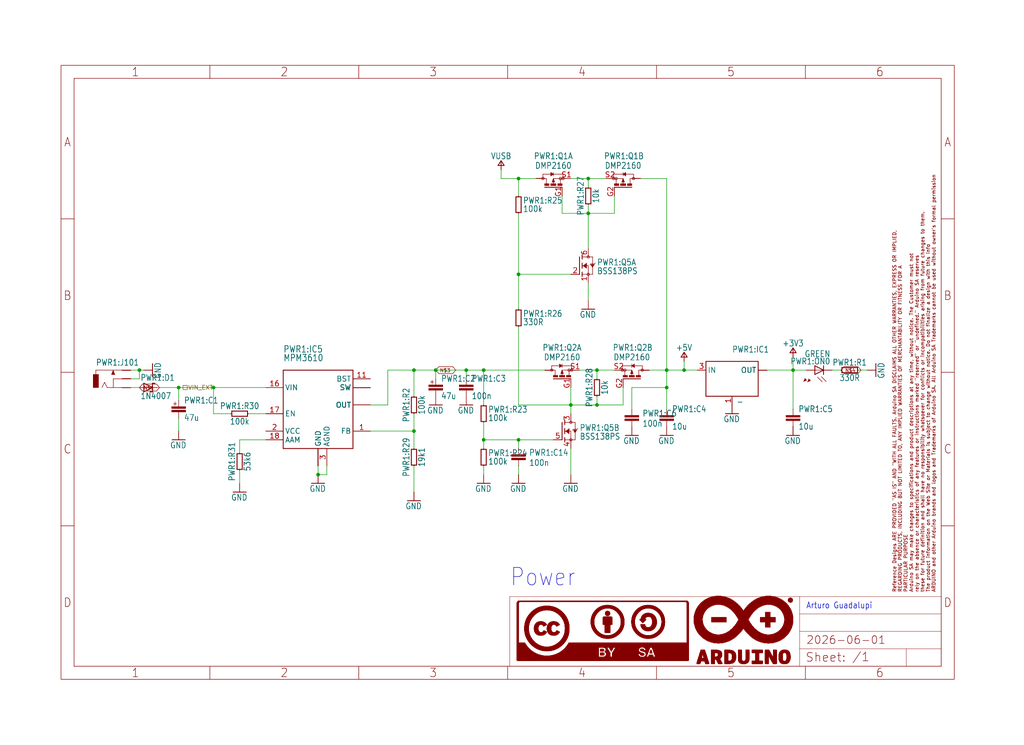
<source format=kicad_sch>
(kicad_sch (version 20250114) (generator "eeschema") (generator_version "9.0")
  (paper "User" 298.45 217.322)
  (lib_symbols
    (symbol "UNOWiFiREV2V4.0-eagle-import:+3V3" (power)
      (symbol "+3V3_1_0"
        (pin power_in line (at 0 -2.54 90) (length 2.54) (name "+3V3") (number "1"))
      )
    )
    (symbol "UNOWiFiREV2V4.0-eagle-import:+5V" (power)
      (symbol "+5V_1_0"
        (pin power_in line (at 0 -2.54 90) (length 2.54) (name "+5V") (number "1"))
      )
    )
    (symbol "UNOWiFiREV2V4.0-eagle-import:A4L-LOC"
      (symbol "A4L-LOC_1_0"
        (text "A" (at 1.905 156.6863 0) (effects (font (size 2.54 2.286))))
        (text "B" (at 1.905 111.9188 0) (effects (font (size 2.54 2.286))))
        (text "C" (at 1.905 67.1513 0) (effects (font (size 2.54 2.286))))
        (text "D" (at 1.905 22.3838 0) (effects (font (size 2.54 2.286))))
        (text "1" (at 21.6958 177.165 0) (effects (font (size 2.54 2.286))))
        (text "1" (at 21.6958 1.905 0) (effects (font (size 2.54 2.286))))
        (text "2" (at 65.0875 177.165 0) (effects (font (size 2.54 2.286))))
        (text "2" (at 65.0875 1.905 0) (effects (font (size 2.54 2.286))))
        (text "3" (at 108.4792 177.165 0) (effects (font (size 2.54 2.286))))
        (text "3" (at 108.4792 1.905 0) (effects (font (size 2.54 2.286))))
        (text "4" (at 151.8708 177.165 0) (effects (font (size 2.54 2.286))))
        (text "4" (at 151.8708 1.905 0) (effects (font (size 2.54 2.286))))
        (text "5" (at 195.2625 177.165 0) (effects (font (size 2.54 2.286))))
        (text "5" (at 195.2625 1.905 0) (effects (font (size 2.54 2.286))))
        (text "Sheet:" (at 216.916 4.953 0) (effects (font (size 2.54 2.54)) (justify left bottom)))
        (text "${PROJECTNAME}" (at 217.17 15.24 0) (effects (font (size 2.54 2.54)) (justify left bottom)))
        (text "${CURRENT_DATE}" (at 217.17 10.16 0) (effects (font (size 2.286 2.286)) (justify left bottom)))
        (text "${#}/${##}" (at 230.505 5.08 0) (effects (font (size 2.54 2.54)) (justify left bottom)))
        (text "6" (at 238.6542 177.165 0) (effects (font (size 2.54 2.286))))
        (text "6" (at 238.6542 1.905 0) (effects (font (size 2.54 2.286))))
        (text "Reference Designs ARE PROVIDED \"AS IS\" AND \"WITH ALL FAULTS. Arduino SA DISCLAIMS ALL OTHER WARRANTIES, EXPRESS OR IMPLIED,\nREGARDING PRODUCTS, INCLUDING BUT NOT LIMITED TO, ANY IMPLIED WARRANTIES OF MERCHANTABILITY OR FITNESS FOR A\nPARTICULAR PURPOSE\nArduino SA may make changes to specifications and product descriptions at any time, without notice. The Customer must not\nrely on the absence or characteristics of any features or instructions marked \"reserved\" or \"undefined.\" Arduino SA reserves\nthese for future definition and shall have no responsibility whatsoever for conflicts or incompatibilities arising from future changes to them.\nThe product information on the Web Site or Materials is subject to change without notice. Do not finalize a design with this info\nARDUINO and other Arduino brands and logos and Trademarks of Arduino SA. All Arduino SA Trademarks cannot be used without owner's formal permission" (at 254.96 25.415 900) (effects (font (size 1.016 1.016)) (justify left bottom)))
        (text "A" (at 258.445 156.6863 0) (effects (font (size 2.54 2.286))))
        (text "B" (at 258.445 111.9188 0) (effects (font (size 2.54 2.286))))
        (text "C" (at 258.445 67.1513 0) (effects (font (size 2.54 2.286))))
        (text "D" (at 258.445 22.3838 0) (effects (font (size 2.54 2.286))))
      )
    )
    (symbol "UNOWiFiREV2V4.0-eagle-import:BARRELLG"
      (property "Reference" "J" (at -2.54 3.81 0))
      (symbol "BARRELLG_1_0"
        (pin passive line (at 7.62 2.54 180) (length 2.54) (name "1") (number "-1"))
        (pin passive line (at 7.62 2.54 180) (length 2.54) (name "1") (number "-2"))
        (pin passive line (at 7.62 2.54 180) (length 2.54) (name "1") (number "-3"))
        (pin passive line (at 7.62 0 180) (length 2.54) (name "2") (number "E1"))
        (pin passive line (at 7.62 0 180) (length 2.54) (name "2") (number "E2"))
        (pin passive line (at 7.62 0 180) (length 2.54) (name "2") (number "E3"))
        (pin passive line (at 7.62 -2.54 180) (length 2.54) (name "3") (number "+1"))
        (pin passive line (at 7.62 -2.54 180) (length 2.54) (name "3") (number "+2"))
        (pin passive line (at 7.62 -2.54 180) (length 2.54) (name "3") (number "+3"))
      )
    )
    (symbol "UNOWiFiREV2V4.0-eagle-import:BSS138PS"
      (property "Reference" "Q" (at 2.54 0 0))
      (symbol "BSS138PS_1_0"
        (pin passive line (at -5.08 -2.54 0) (length 2.54) (name "G") (number "2"))
        (pin passive line (at 0 5.08 270) (length 2.54) (name "D") (number "6"))
        (pin passive line (at 0 -5.08 90) (length 2.54) (name "S") (number "1"))
      )
      (symbol "BSS138PS_2_0"
        (pin passive line (at -5.08 -2.54 0) (length 2.54) (name "G") (number "5"))
        (pin passive line (at 0 5.08 270) (length 2.54) (name "D") (number "3"))
        (pin passive line (at 0 -5.08 90) (length 2.54) (name "S") (number "4"))
      )
    )
    (symbol "UNOWiFiREV2V4.0-eagle-import:C+PAN-D"
      (property "Reference" "C" (at 1.524 1.651 0))
      (symbol "C+PAN-D_1_0"
        (text "+" (at -1.905 0.889 0) (effects (font (size 1.4224 1.209)) (justify left bottom)))
        (pin passive line (at 0 2.54 270) (length 0) (name "+") (number "+"))
        (pin passive line (at 0 -2.54 90) (length 0) (name "-") (number "-"))
      )
    )
    (symbol "UNOWiFiREV2V4.0-eagle-import:C-0402"
      (property "Reference" "C" (at 1.524 1.651 0))
      (symbol "C-0402_1_0"
        (pin passive line (at 0 2.54 270) (length 0) (name "1") (number "1"))
        (pin passive line (at 0 -2.54 90) (length 0) (name "2") (number "2"))
      )
    )
    (symbol "UNOWiFiREV2V4.0-eagle-import:C-0603"
      (property "Reference" "C" (at 1.524 1.651 0))
      (symbol "C-0603_1_0"
        (pin passive line (at 0 2.54 270) (length 0) (name "1") (number "1"))
        (pin passive line (at 0 -2.54 90) (length 0) (name "2") (number "2"))
      )
    )
    (symbol "UNOWiFiREV2V4.0-eagle-import:DMP2160UFDB"
      (property "Reference" "Q" (at 2.54 0 0))
      (symbol "DMP2160UFDB_1_0"
        (pin passive line (at -5.08 2.54 0) (length 2.54) (name "G") (number "G1"))
        (pin passive line (at 0 5.08 270) (length 2.54) (name "S") (number "S1"))
        (pin passive line (at 0 -5.08 90) (length 2.54) (name "D") (number "D1"))
        (pin passive line (at 0 -5.08 90) (length 2.54) (name "D") (number "D1'"))
      )
      (symbol "DMP2160UFDB_2_0"
        (pin passive line (at -5.08 2.54 0) (length 2.54) (name "G") (number "G2"))
        (pin passive line (at 0 5.08 270) (length 2.54) (name "S") (number "S2"))
        (pin passive line (at 0 -5.08 90) (length 2.54) (name "D") (number "D2"))
        (pin passive line (at 0 -5.08 90) (length 2.54) (name "D") (number "D2'"))
      )
    )
    (symbol "UNOWiFiREV2V4.0-eagle-import:D_SCHOTTKY-SMB"
      (property "Reference" "D" (at -2.286 1.905 0))
      (symbol "D_SCHOTTKY-SMB_1_0"
        (pin passive line (at -2.54 0 0) (length 2.54) (name "A") (number "A"))
        (pin passive line (at 2.54 0 180) (length 2.54) (name "C") (number "C"))
      )
    )
    (symbol "UNOWiFiREV2V4.0-eagle-import:GND" (power)
      (symbol "GND_1_0"
        (pin power_in line (at 0 2.54 270) (length 2.54) (name "GND") (number "1"))
      )
    )
    (symbol "UNOWiFiREV2V4.0-eagle-import:LDOSOT223"
      (property "Reference" "U" (at 0 7.62 0))
      (symbol "LDOSOT223_1_0"
        (pin input line (at -10.16 2.54 0) (length 2.54) (name "IN") (number "3"))
        (pin input line (at 0 -7.62 90) (length 2.54) (name "GND/ADJ") (number "1"))
        (pin passive line (at 10.16 2.54 180) (length 2.54) (name "OUT") (number "2"))
        (pin passive line (at 10.16 2.54 180) (length 2.54) (name "OUT") (number "4"))
      )
    )
    (symbol "UNOWiFiREV2V4.0-eagle-import:LED-0603"
      (property "Reference" "DL" (at 3.556 -4.572 90))
      (symbol "LED-0603_1_0"
        (pin passive line (at 0 2.54 270) (length 2.54) (name "A") (number "A"))
        (pin passive line (at 0 -5.08 90) (length 2.54) (name "C") (number "C"))
      )
    )
    (symbol "UNOWiFiREV2V4.0-eagle-import:MPM3610"
      (property "Reference" "IC" (at -10.16 15.24 0))
      (symbol "MPM3610_1_0"
        (pin bidirectional line (at -15.24 5.08 0) (length 5.08) (name "VIN") (number "16"))
        (pin bidirectional line (at -15.24 -2.54 0) (length 5.08) (name "EN") (number "17"))
        (pin bidirectional line (at -15.24 -7.62 0) (length 5.08) (name "VCC") (number "2"))
        (pin bidirectional line (at -15.24 -10.16 0) (length 5.08) (name "AAM") (number "18"))
        (pin bidirectional line (at 0 -17.78 90) (length 5.08) (name "GND") (number "12"))
        (pin bidirectional line (at 0 -17.78 90) (length 5.08) (name "GND") (number "13"))
        (pin bidirectional line (at 0 -17.78 90) (length 5.08) (name "GND") (number "14"))
        (pin bidirectional line (at 2.54 -17.78 90) (length 5.08) (name "AGND") (number "3"))
        (pin bidirectional line (at 15.24 7.62 180) (length 5.08) (name "BST") (number "11"))
        (pin bidirectional line (at 15.24 5.08 180) (length 5.08) (name "SW") (number "19"))
        (pin bidirectional line (at 15.24 5.08 180) (length 5.08) (name "SW") (number "4"))
        (pin bidirectional line (at 15.24 5.08 180) (length 5.08) (name "SW") (number "5"))
        (pin bidirectional line (at 15.24 5.08 180) (length 5.08) (name "SW") (number "6"))
        (pin bidirectional line (at 15.24 0 180) (length 5.08) (name "OUT") (number "20"))
        (pin bidirectional line (at 15.24 0 180) (length 5.08) (name "OUT") (number "7"))
        (pin bidirectional line (at 15.24 0 180) (length 5.08) (name "OUT") (number "8"))
        (pin bidirectional line (at 15.24 0 180) (length 5.08) (name "OUT") (number "9"))
        (pin bidirectional line (at 15.24 -7.62 180) (length 5.08) (name "FB") (number "1"))
      )
    )
    (symbol "UNOWiFiREV2V4.0-eagle-import:R-0402"
      (property "Reference" "R" (at 0 1.27 0))
      (symbol "R-0402_1_0"
        (pin passive line (at -2.54 0 0) (length 0) (name "1") (number "1"))
        (pin passive line (at 2.54 0 180) (length 0) (name "2") (number "2"))
      )
    )
    (symbol "UNOWiFiREV2V4.0-eagle-import:VUSB" (power)
      (symbol "VUSB_1_0"
        (pin power_in line (at 0 -2.54 90) (length 2.54) (name "VUSB") (number "1"))
      )
    )
    (symbol "UNOWiFiREV2V4.0-eagle-import:supply1_371_GND" (power)
      (symbol "supply1_371_GND_1_0"
        (pin power_in line (at 0 2.54 270) (length 2.54) (name "GND") (number "1"))
      )
    )
  )
  (text "Arturo Guadalupi" (at 234.95 177.8 0) (effects (font (size 1.778 1.5113)) (justify left bottom)))
  (text "Power" (at 148.59 171.45 0) (effects (font (size 5.08 4.318)) (justify left bottom)))
  (junction (at 173.99 107.95))
  (junction (at 151.13 52.07))
  (junction (at 40.64 107.95))
  (junction (at 120.65 125.73))
  (junction (at 199.39 107.95))
  (junction (at 127 107.95))
  (junction (at 92.71 138.43))
  (junction (at 166.37 118.11))
  (junction (at 151.13 128.27))
  (junction (at 140.97 107.95))
  (junction (at 173.99 118.11))
  (junction (at 140.97 128.27))
  (junction (at 194.31 113.03))
  (junction (at 231.14 107.95))
  (junction (at 120.65 107.95))
  (junction (at 171.45 52.07))
  (junction (at 171.45 62.23))
  (junction (at 151.13 80.01))
  (junction (at 52.07 113.03))
  (junction (at 194.31 107.95))
  (junction (at 135.89 107.95))
  (junction (at 62.23 113.03))
  (wire (pts (xy 151.13 138.43) (xy 151.13 135.89)) (stroke (width 0.1524)))
  (wire (pts (xy 127 107.95) (xy 135.89 107.95)) (stroke (width 0.1524)))
  (wire (pts (xy 52.07 113.03) (xy 62.23 113.03)) (stroke (width 0.1524)))
  (wire (pts (xy 113.03 107.95) (xy 113.03 118.11)) (stroke (width 0.1524)))
  (wire (pts (xy 62.23 113.03) (xy 62.23 120.65)) (stroke (width 0.1524)))
  (wire (pts (xy 166.37 130.81) (xy 166.37 138.43)) (stroke (width 0.1524)))
  (wire (pts (xy 151.13 57.15) (xy 151.13 52.07)) (stroke (width 0.1524)))
  (wire (pts (xy 40.64 107.95) (xy 38.1 107.95)) (stroke (width 0.1524)))
  (wire (pts (xy 120.65 143.51) (xy 120.65 135.89)) (stroke (width 0.1524)))
  (wire (pts (xy 199.39 107.95) (xy 194.31 107.95)) (stroke (width 0.1524)))
  (wire (pts (xy 171.45 62.23) (xy 179.07 62.23)) (stroke (width 0.1524)))
  (wire (pts (xy 151.13 52.07) (xy 156.21 52.07)) (stroke (width 0.1524)))
  (wire (pts (xy 203.2 107.95) (xy 199.39 107.95)) (stroke (width 0.1524)))
  (wire (pts (xy 120.65 130.81) (xy 120.65 125.73)) (stroke (width 0.1524)))
  (wire (pts (xy 135.89 107.95) (xy 135.89 110.49)) (stroke (width 0.1524)))
  (wire (pts (xy 140.97 128.27) (xy 140.97 123.19)) (stroke (width 0.1524)))
  (wire (pts (xy 140.97 138.43) (xy 140.97 135.89)) (stroke (width 0.1524)))
  (wire (pts (xy 40.64 110.49) (xy 40.64 107.95)) (stroke (width 0.1524)))
  (wire (pts (xy 171.45 54.61) (xy 171.45 52.07)) (stroke (width 0.1524)))
  (wire (pts (xy 231.14 107.95) (xy 223.52 107.95)) (stroke (width 0.1524)))
  (wire (pts (xy 173.99 118.11) (xy 173.99 115.57)) (stroke (width 0.1524)))
  (wire (pts (xy 173.99 118.11) (xy 181.61 118.11)) (stroke (width 0.1524)))
  (wire (pts (xy 38.1 110.49) (xy 40.64 110.49)) (stroke (width 0.1524)))
  (wire (pts (xy 92.71 135.89) (xy 92.71 138.43)) (stroke (width 0.1524)))
  (wire (pts (xy 171.45 72.39) (xy 171.45 62.23)) (stroke (width 0.1524)))
  (wire (pts (xy 179.07 57.15) (xy 179.07 62.23)) (stroke (width 0.1524)))
  (wire (pts (xy 181.61 118.11) (xy 181.61 113.03)) (stroke (width 0.1524)))
  (wire (pts (xy 245.11 107.95) (xy 242.57 107.95)) (stroke (width 0.1524)))
  (wire (pts (xy 158.75 107.95) (xy 140.97 107.95)) (stroke (width 0.1524)))
  (wire (pts (xy 234.95 107.95) (xy 231.14 107.95)) (stroke (width 0.1524)))
  (wire (pts (xy 151.13 130.81) (xy 151.13 128.27)) (stroke (width 0.1524)))
  (wire (pts (xy 166.37 52.07) (xy 171.45 52.07)) (stroke (width 0.1524)))
  (wire (pts (xy 52.07 125.73) (xy 52.07 121.92)) (stroke (width 0.1524)))
  (wire (pts (xy 151.13 118.11) (xy 166.37 118.11)) (stroke (width 0.1524)))
  (wire (pts (xy 194.31 107.95) (xy 194.31 52.07)) (stroke (width 0.1524)))
  (wire (pts (xy 146.05 49.53) (xy 146.05 52.07)) (stroke (width 0.1524)))
  (wire (pts (xy 151.13 95.25) (xy 151.13 118.11)) (stroke (width 0.1524)))
  (wire (pts (xy 140.97 130.81) (xy 140.97 128.27)) (stroke (width 0.1524)))
  (wire (pts (xy 140.97 118.11) (xy 140.97 107.95)) (stroke (width 0.1524)))
  (wire (pts (xy 77.47 113.03) (xy 62.23 113.03)) (stroke (width 0.1524)))
  (wire (pts (xy 173.99 107.95) (xy 179.07 107.95)) (stroke (width 0.1524)))
  (wire (pts (xy 67.31 120.65) (xy 62.23 120.65)) (stroke (width 0.1524)))
  (wire (pts (xy 95.25 135.89) (xy 95.25 138.43)) (stroke (width 0.1524)))
  (wire (pts (xy 166.37 118.11) (xy 173.99 118.11)) (stroke (width 0.1524)))
  (wire (pts (xy 151.13 90.17) (xy 151.13 80.01)) (stroke (width 0.1524)))
  (wire (pts (xy 166.37 113.03) (xy 166.37 118.11)) (stroke (width 0.1524)))
  (wire (pts (xy 166.37 118.11) (xy 166.37 120.65)) (stroke (width 0.1524)))
  (wire (pts (xy 151.13 128.27) (xy 161.29 128.27)) (stroke (width 0.1524)))
  (wire (pts (xy 173.99 110.49) (xy 173.99 107.95)) (stroke (width 0.1524)))
  (wire (pts (xy 171.45 87.63) (xy 171.45 82.55)) (stroke (width 0.1524)))
  (wire (pts (xy 120.65 115.57) (xy 120.65 107.95)) (stroke (width 0.1524)))
  (wire (pts (xy 120.65 107.95) (xy 113.03 107.95)) (stroke (width 0.1524)))
  (wire (pts (xy 52.07 116.84) (xy 52.07 113.03)) (stroke (width 0.1524)))
  (wire (pts (xy 199.39 105.41) (xy 199.39 107.95)) (stroke (width 0.1524)))
  (wire (pts (xy 171.45 62.23) (xy 171.45 59.69)) (stroke (width 0.1524)))
  (wire (pts (xy 146.05 52.07) (xy 151.13 52.07)) (stroke (width 0.1524)))
  (wire (pts (xy 95.25 138.43) (xy 92.71 138.43)) (stroke (width 0.1524)))
  (wire (pts (xy 41.91 107.95) (xy 40.64 107.95)) (stroke (width 0.1524)))
  (wire (pts (xy 135.89 107.95) (xy 140.97 107.95)) (stroke (width 0.1524)))
  (wire (pts (xy 113.03 118.11) (xy 107.95 118.11)) (stroke (width 0.1524)))
  (wire (pts (xy 40.64 113.03) (xy 38.1 113.03)) (stroke (width 0.1524)))
  (wire (pts (xy 171.45 52.07) (xy 176.53 52.07)) (stroke (width 0.1524)))
  (wire (pts (xy 127 107.95) (xy 127 110.49)) (stroke (width 0.1524)))
  (wire (pts (xy 189.23 107.95) (xy 194.31 107.95)) (stroke (width 0.1524)))
  (wire (pts (xy 140.97 128.27) (xy 151.13 128.27)) (stroke (width 0.1524)))
  (wire (pts (xy 194.31 52.07) (xy 186.69 52.07)) (stroke (width 0.1524)))
  (wire (pts (xy 69.85 128.27) (xy 69.85 132.08)) (stroke (width 0.1524)))
  (wire (pts (xy 120.65 125.73) (xy 120.65 120.65)) (stroke (width 0.1524)))
  (wire (pts (xy 194.31 113.03) (xy 184.15 113.03)) (stroke (width 0.1524)))
  (wire (pts (xy 168.91 107.95) (xy 173.99 107.95)) (stroke (width 0.1524)))
  (wire (pts (xy 69.85 137.16) (xy 69.85 140.97)) (stroke (width 0.1524)))
  (wire (pts (xy 77.47 120.65) (xy 72.39 120.65)) (stroke (width 0.1524)))
  (wire (pts (xy 194.31 113.03) (xy 194.31 107.95)) (stroke (width 0.1524)))
  (wire (pts (xy 151.13 62.23) (xy 151.13 80.01)) (stroke (width 0.1524)))
  (wire (pts (xy 163.83 57.15) (xy 163.83 62.23)) (stroke (width 0.1524)))
  (wire (pts (xy 107.95 125.73) (xy 120.65 125.73)) (stroke (width 0.1524)))
  (wire (pts (xy 127 107.95) (xy 120.65 107.95)) (stroke (width 0.1524)))
  (wire (pts (xy 231.14 107.95) (xy 231.14 119.38)) (stroke (width 0.1524)))
  (wire (pts (xy 163.83 62.23) (xy 171.45 62.23)) (stroke (width 0.1524)))
  (wire (pts (xy 184.15 113.03) (xy 184.15 119.38)) (stroke (width 0.1524)))
  (wire (pts (xy 194.31 113.03) (xy 194.31 119.38)) (stroke (width 0.1524)))
  (wire (pts (xy 231.14 104.14) (xy 231.14 107.95)) (stroke (width 0.1524)))
  (wire (pts (xy 77.47 128.27) (xy 69.85 128.27)) (stroke (width 0.1524)))
  (wire (pts (xy 45.72 113.03) (xy 52.07 113.03)) (stroke (width 0.1524)))
  (wire (pts (xy 252.73 107.95) (xy 250.19 107.95)) (stroke (width 0.1524)))
  (wire (pts (xy 151.13 80.01) (xy 166.37 80.01)) (stroke (width 0.1524)))
  (global_label "N$1" (shape bidirectional) (at 40.64 113.03 0) (effects (font (size 1.016 1.016))) (property "Intersheetrefs" "${INTERSHEET_REFS}" (effects (hide yes))))
  (global_label "N$4" (shape bidirectional) (at 245.11 107.95 0) (effects (font (size 1.016 1.016))) (property "Intersheetrefs" "${INTERSHEET_REFS}" (effects (hide yes))))
  (global_label "N$3" (shape bidirectional) (at 127 107.95 0) (effects (font (size 1.016 1.016))) (property "Intersheetrefs" "${INTERSHEET_REFS}" (effects (hide yes))))
  (hierarchical_label "VIN_EXT" (shape passive) (at 53.34 113.03 0) (effects (font (size 1.2446 1.2446))))
  (symbol (lib_id "UNOWiFiREV2V4.0-eagle-import:supply1_371_GND") (at 231.14 127 0) (unit 1)
    (property "Reference" "PWR1:#GND8" (effects (hide yes)))
    (property "Value" "GND" (at 228.6 129.54 0) (effects (font (size 1.778 1.5113)) (justify left bottom)))
  )
  (symbol (lib_id "UNOWiFiREV2V4.0-eagle-import:GND") (at 135.89 118.11 0) (unit 1)
    (property "Reference" "PWR1:#GND5" (effects (hide yes)))
    (property "Value" "GND" (at 133.35 120.65 0) (effects (font (size 1.778 1.5113)) (justify left bottom)))
  )
  (symbol (lib_id "UNOWiFiREV2V4.0-eagle-import:supply1_371_GND") (at 184.15 127 0) (unit 1)
    (property "Reference" "PWR1:#GND9" (effects (hide yes)))
    (property "Value" "GND" (at 181.61 129.54 0) (effects (font (size 1.778 1.5113)) (justify left bottom)))
  )
  (symbol (lib_id "UNOWiFiREV2V4.0-eagle-import:BSS138PS") (at 171.45 77.47 0) (unit 1)
    (property "Reference" "PWR1:Q5" (at 173.99 77.47 0) (effects (font (size 1.778 1.5113)) (justify left bottom)))
    (property "Value" "BSS138PS" (at 173.99 80.01 0) (effects (font (size 1.778 1.5113)) (justify left bottom)))
    (property "Footprint" "UNOWiFiREV2V4.0:SOT363" (effects (hide yes)))
  )
  (symbol (lib_id "UNOWiFiREV2V4.0-eagle-import:GND") (at 69.85 143.51 0) (unit 1)
    (property "Reference" "PWR1:#GND50" (effects (hide yes)))
    (property "Value" "GND" (at 67.31 146.05 0) (effects (font (size 1.778 1.5113)) (justify left bottom)))
  )
  (symbol (lib_id "UNOWiFiREV2V4.0-eagle-import:supply1_371_GND") (at 151.13 140.97 0) (unit 1)
    (property "Reference" "PWR1:#GND29" (effects (hide yes)))
    (property "Value" "GND" (at 148.59 143.51 0) (effects (font (size 1.778 1.5113)) (justify left bottom)))
  )
  (symbol (lib_id "UNOWiFiREV2V4.0-eagle-import:C+PAN-D") (at 52.07 119.38 0) (unit 1)
    (property "Reference" "PWR1:C1" (at 53.594 117.729 0) (effects (font (size 1.778 1.5113)) (justify left bottom)))
    (property "Value" "47u" (at 53.594 122.809 0) (effects (font (size 1.778 1.5113)) (justify left bottom)))
    (property "Footprint" "UNOWiFiREV2V4.0:PANASONIC_D" (effects (hide yes)))
  )
  (symbol (lib_id "UNOWiFiREV2V4.0-eagle-import:supply1_371_GND") (at 194.31 127 0) (unit 1)
    (property "Reference" "PWR1:#GND7" (effects (hide yes)))
    (property "Value" "GND" (at 191.77 129.54 0) (effects (font (size 1.778 1.5113)) (justify left bottom)))
  )
  (symbol (lib_id "UNOWiFiREV2V4.0-eagle-import:R-0402") (at 120.65 118.11 90) (unit 1)
    (property "Reference" "PWR1:R2" (at 119.38 118.11 0) (effects (font (size 1.778 1.5113)) (justify bottom)))
    (property "Value" "100k" (at 121.92 118.11 0) (effects (font (size 1.778 1.5113)) (justify top)))
    (property "Footprint" "UNOWiFiREV2V4.0:0402-1005X55N" (effects (hide yes)))
  )
  (symbol (lib_id "UNOWiFiREV2V4.0-eagle-import:supply1_371_GND") (at 166.37 140.97 0) (unit 1)
    (property "Reference" "PWR1:#GND27" (effects (hide yes)))
    (property "Value" "GND" (at 163.83 143.51 0) (effects (font (size 1.778 1.5113)) (justify left bottom)))
  )
  (symbol (lib_id "UNOWiFiREV2V4.0-eagle-import:LDOSOT223") (at 213.36 110.49 0) (unit 1)
    (property "Reference" "PWR1:IC1" (at 213.36 102.87 0) (effects (font (size 1.778 1.5113)) (justify left bottom)))
    (property "Value" "-" (at 214.63 118.11 0) (effects (font (size 1.778 1.5113)) (justify left bottom)))
    (property "Footprint" "UNOWiFiREV2V4.0:SOT223" (effects (hide yes)))
  )
  (symbol (lib_id "UNOWiFiREV2V4.0-eagle-import:GND") (at 213.36 120.65 0) (unit 1)
    (property "Reference" "PWR1:#GND4" (effects (hide yes)))
    (property "Value" "GND" (at 210.82 123.19 0) (effects (font (size 1.778 1.5113)) (justify left bottom)))
  )
  (symbol (lib_id "UNOWiFiREV2V4.0-eagle-import:R-0402") (at 173.99 113.03 90) (unit 1)
    (property "Reference" "PWR1:R28" (at 172.72 113.03 0) (effects (font (size 1.778 1.5113)) (justify bottom)))
    (property "Value" "10k" (at 175.26 113.03 0) (effects (font (size 1.778 1.5113)) (justify top)))
    (property "Footprint" "UNOWiFiREV2V4.0:0402-1005X55N" (effects (hide yes)))
  )
  (symbol (lib_id "UNOWiFiREV2V4.0-eagle-import:DMP2160UFDB") (at 161.29 52.07 270) (mirror x) (unit 1)
    (property "Reference" "PWR1:Q1" (at 161.29 46.482 90) (effects (font (size 1.778 1.5113)) (justify top)))
    (property "Value" "DMP2160" (at 161.29 49.276 90) (effects (font (size 1.778 1.5113)) (justify top)))
    (property "Footprint" "UNOWiFiREV2V4.0:PWR_SC70" (effects (hide yes)))
  )
  (symbol (lib_id "UNOWiFiREV2V4.0-eagle-import:D_SCHOTTKY-SMB") (at 43.18 113.03 0) (unit 1)
    (property "Reference" "PWR1:D1" (at 40.894 111.125 0) (effects (font (size 1.778 1.5113)) (justify left bottom)))
    (property "Value" "1N4007" (at 40.894 116.459 0) (effects (font (size 1.778 1.5113)) (justify left bottom)))
    (property "Footprint" "UNOWiFiREV2V4.0:SMB_DO214AA" (effects (hide yes)))
  )
  (symbol (lib_id "UNOWiFiREV2V4.0-eagle-import:R-0402") (at 151.13 92.71 90) (unit 1)
    (property "Reference" "PWR1:R26" (at 152.4 92.456 90) (effects (font (size 1.778 1.5113)) (justify right top)))
    (property "Value" "330R" (at 152.4 92.964 90) (effects (font (size 1.778 1.5113)) (justify right bottom)))
    (property "Footprint" "UNOWiFiREV2V4.0:0402-1005X55N" (effects (hide yes)))
  )
  (symbol (lib_id "UNOWiFiREV2V4.0-eagle-import:R-0402") (at 140.97 120.65 90) (unit 1)
    (property "Reference" "PWR1:R23" (at 142.24 120.396 90) (effects (font (size 1.778 1.5113)) (justify right top)))
    (property "Value" "100k" (at 142.24 120.904 90) (effects (font (size 1.778 1.5113)) (justify right bottom)))
    (property "Footprint" "UNOWiFiREV2V4.0:0402-1005X55N" (effects (hide yes)))
  )
  (symbol (lib_id "UNOWiFiREV2V4.0-eagle-import:GND") (at 52.07 128.27 0) (unit 1)
    (property "Reference" "PWR1:#GND11" (effects (hide yes)))
    (property "Value" "GND" (at 49.53 130.81 0) (effects (font (size 1.778 1.5113)) (justify left bottom)))
  )
  (symbol (lib_id "UNOWiFiREV2V4.0-eagle-import:BSS138PS") (at 166.37 125.73 0) (unit 2)
    (property "Reference" "PWR1:Q5" (at 168.91 125.73 0) (effects (font (size 1.778 1.5113)) (justify left bottom)))
    (property "Value" "BSS138PS" (at 168.91 128.27 0) (effects (font (size 1.778 1.5113)) (justify left bottom)))
    (property "Footprint" "UNOWiFiREV2V4.0:SOT363" (effects (hide yes)))
  )
  (symbol (lib_id "UNOWiFiREV2V4.0-eagle-import:C-0402") (at 184.15 121.92 0) (unit 1)
    (property "Reference" "PWR1:C6" (at 187.198 121.539 0) (effects (font (size 1.778 1.5113)) (justify left bottom)))
    (property "Value" "100n" (at 187.198 122.555 0) (effects (font (size 1.778 1.5113)) (justify left top)))
    (property "Footprint" "UNOWiFiREV2V4.0:0402-1005X55N" (effects (hide yes)))
  )
  (symbol (lib_id "UNOWiFiREV2V4.0-eagle-import:GND") (at 127 118.11 0) (unit 1)
    (property "Reference" "PWR1:#GND3" (effects (hide yes)))
    (property "Value" "GND" (at 124.46 120.65 0) (effects (font (size 1.778 1.5113)) (justify left bottom)))
  )
  (symbol (lib_id "UNOWiFiREV2V4.0-eagle-import:R-0402") (at 247.65 107.95 0) (unit 1)
    (property "Reference" "PWR1:R1" (at 247.65 106.68 0) (effects (font (size 1.778 1.5113)) (justify bottom)))
    (property "Value" "330R" (at 247.65 109.22 0) (effects (font (size 1.778 1.5113)) (justify top)))
    (property "Footprint" "UNOWiFiREV2V4.0:0402-1005X55N" (effects (hide yes)))
  )
  (symbol (lib_id "UNOWiFiREV2V4.0-eagle-import:R-0402") (at 69.85 120.65 0) (unit 1)
    (property "Reference" "PWR1:R30" (at 69.85 119.38 0) (effects (font (size 1.778 1.5113)) (justify bottom)))
    (property "Value" "100k" (at 69.85 121.92 0) (effects (font (size 1.778 1.5113)) (justify top)))
    (property "Footprint" "UNOWiFiREV2V4.0:0402-1005X55N" (effects (hide yes)))
  )
  (symbol (lib_id "UNOWiFiREV2V4.0-eagle-import:LED-0603") (at 237.49 107.95 90) (unit 1)
    (property "Reference" "PWR1:ON0" (at 242.062 104.394 90) (effects (font (size 1.778 1.5113)) (justify left bottom)))
    (property "Value" "GREEN" (at 242.062 102.235 90) (effects (font (size 1.778 1.5113)) (justify left bottom)))
    (property "Footprint" "UNOWiFiREV2V4.0:LEDC1608X80N-AK" (effects (hide yes)))
  )
  (symbol (lib_id "UNOWiFiREV2V4.0-eagle-import:DMP2160UFDB") (at 184.15 107.95 90) (unit 2)
    (property "Reference" "PWR1:Q2" (at 184.404 102.362 90) (effects (font (size 1.778 1.5113)) (justify top)))
    (property "Value" "DMP2160" (at 184.15 105.156 90) (effects (font (size 1.778 1.5113)) (justify top)))
    (property "Footprint" "UNOWiFiREV2V4.0:PWR_SC70" (effects (hide yes)))
  )
  (symbol (lib_id "UNOWiFiREV2V4.0-eagle-import:R-0402") (at 69.85 134.62 90) (unit 1)
    (property "Reference" "PWR1:R31" (at 68.58 134.62 0) (effects (font (size 1.778 1.5113)) (justify bottom)))
    (property "Value" "53k6" (at 71.12 134.62 0) (effects (font (size 1.778 1.5113)) (justify top)))
    (property "Footprint" "UNOWiFiREV2V4.0:0402-1005X55N" (effects (hide yes)))
  )
  (symbol (lib_id "UNOWiFiREV2V4.0-eagle-import:BARRELLG") (at 30.48 110.49 0) (unit 1)
    (property "Reference" "PWR1:J101" (at 27.94 106.68 0) (effects (font (size 1.778 1.5113)) (justify left bottom)))
    (property "Value" "-" (effects (hide yes)))
    (property "Footprint" "UNOWiFiREV2V4.0:POWERSUPPLY_DC-21MM" (effects (hide yes)))
  )
  (symbol (lib_id "UNOWiFiREV2V4.0-eagle-import:VUSB") (at 146.05 46.99 0) (unit 1)
    (property "Reference" "PWR1:#V2" (effects (hide yes)))
    (property "Value" "VUSB" (at 146.05 46.482 0) (effects (font (size 1.778 1.5113)) (justify bottom)))
  )
  (symbol (lib_id "UNOWiFiREV2V4.0-eagle-import:C-0603") (at 194.31 121.92 0) (unit 1)
    (property "Reference" "PWR1:C4" (at 195.834 120.269 0) (effects (font (size 1.778 1.5113)) (justify left bottom)))
    (property "Value" "10u" (at 195.834 125.349 0) (effects (font (size 1.778 1.5113)) (justify left bottom)))
    (property "Footprint" "UNOWiFiREV2V4.0:0603-1608X90N" (effects (hide yes)))
  )
  (symbol (lib_id "UNOWiFiREV2V4.0-eagle-import:C-0402") (at 151.13 133.35 0) (unit 1)
    (property "Reference" "PWR1:C14" (at 154.178 132.969 0) (effects (font (size 1.778 1.5113)) (justify left bottom)))
    (property "Value" "100n" (at 154.178 133.985 0) (effects (font (size 1.778 1.5113)) (justify left top)))
    (property "Footprint" "UNOWiFiREV2V4.0:0402-1005X55N" (effects (hide yes)))
  )
  (symbol (lib_id "UNOWiFiREV2V4.0-eagle-import:C-0402") (at 135.89 113.03 0) (unit 1)
    (property "Reference" "PWR1:C3" (at 137.414 111.379 0) (effects (font (size 1.778 1.5113)) (justify left bottom)))
    (property "Value" "100n" (at 137.414 116.459 0) (effects (font (size 1.778 1.5113)) (justify left bottom)))
    (property "Footprint" "UNOWiFiREV2V4.0:0402-1005X55N" (effects (hide yes)))
  )
  (symbol (lib_id "UNOWiFiREV2V4.0-eagle-import:supply1_371_GND") (at 255.27 107.95 90) (unit 1)
    (property "Reference" "PWR1:#GND10" (effects (hide yes)))
    (property "Value" "GND" (at 257.81 110.49 0) (effects (font (size 1.778 1.5113)) (justify left bottom)))
  )
  (symbol (lib_id "UNOWiFiREV2V4.0-eagle-import:R-0402") (at 140.97 133.35 90) (unit 1)
    (property "Reference" "PWR1:R24" (at 142.24 133.096 90) (effects (font (size 1.778 1.5113)) (justify right top)))
    (property "Value" "100k" (at 142.24 133.604 90) (effects (font (size 1.778 1.5113)) (justify right bottom)))
    (property "Footprint" "UNOWiFiREV2V4.0:0402-1005X55N" (effects (hide yes)))
  )
  (symbol (lib_id "UNOWiFiREV2V4.0-eagle-import:GND") (at 92.71 140.97 0) (unit 1)
    (property "Reference" "PWR1:#GND48" (effects (hide yes)))
    (property "Value" "GND" (at 90.17 143.51 0) (effects (font (size 1.778 1.5113)) (justify left bottom)))
  )
  (symbol (lib_id "UNOWiFiREV2V4.0-eagle-import:supply1_371_GND") (at 171.45 90.17 0) (unit 1)
    (property "Reference" "PWR1:#GND28" (effects (hide yes)))
    (property "Value" "GND" (at 168.91 92.71 0) (effects (font (size 1.778 1.5113)) (justify left bottom)))
  )
  (symbol (lib_id "UNOWiFiREV2V4.0-eagle-import:C+PAN-D") (at 127 113.03 0) (unit 1)
    (property "Reference" "PWR1:C2" (at 128.524 111.379 0) (effects (font (size 1.778 1.5113)) (justify left bottom)))
    (property "Value" "47u" (at 128.524 116.459 0) (effects (font (size 1.778 1.5113)) (justify left bottom)))
    (property "Footprint" "UNOWiFiREV2V4.0:PANASONIC_D" (effects (hide yes)))
  )
  (symbol (lib_id "UNOWiFiREV2V4.0-eagle-import:+5V") (at 199.39 102.87 0) (unit 1)
    (property "Reference" "PWR1:#P+1" (effects (hide yes)))
    (property "Value" "+5V" (at 199.39 102.362 0) (effects (font (size 1.778 1.5113)) (justify bottom)))
  )
  (symbol (lib_id "UNOWiFiREV2V4.0-eagle-import:R-0402") (at 171.45 57.15 90) (unit 1)
    (property "Reference" "PWR1:R27" (at 170.18 57.15 0) (effects (font (size 1.778 1.5113)) (justify bottom)))
    (property "Value" "10k" (at 172.72 57.15 0) (effects (font (size 1.778 1.5113)) (justify top)))
    (property "Footprint" "UNOWiFiREV2V4.0:0402-1005X55N" (effects (hide yes)))
  )
  (symbol (lib_id "UNOWiFiREV2V4.0-eagle-import:R-0402") (at 120.65 133.35 90) (unit 1)
    (property "Reference" "PWR1:R29" (at 119.38 133.35 0) (effects (font (size 1.778 1.5113)) (justify bottom)))
    (property "Value" "19k1" (at 121.92 133.35 0) (effects (font (size 1.778 1.5113)) (justify top)))
    (property "Footprint" "UNOWiFiREV2V4.0:0402-1005X55N" (effects (hide yes)))
  )
  (symbol (lib_id "UNOWiFiREV2V4.0-eagle-import:GND") (at 44.45 107.95 90) (unit 1)
    (property "Reference" "PWR1:#GND1" (effects (hide yes)))
    (property "Value" "GND" (at 46.99 110.49 0) (effects (font (size 1.778 1.5113)) (justify left bottom)))
  )
  (symbol (lib_id "UNOWiFiREV2V4.0-eagle-import:R-0402") (at 151.13 59.69 90) (unit 1)
    (property "Reference" "PWR1:R25" (at 152.4 59.436 90) (effects (font (size 1.778 1.5113)) (justify right top)))
    (property "Value" "100k" (at 152.4 59.944 90) (effects (font (size 1.778 1.5113)) (justify right bottom)))
    (property "Footprint" "UNOWiFiREV2V4.0:0402-1005X55N" (effects (hide yes)))
  )
  (symbol (lib_id "UNOWiFiREV2V4.0-eagle-import:supply1_371_GND") (at 140.97 140.97 0) (unit 1)
    (property "Reference" "PWR1:#GND26" (effects (hide yes)))
    (property "Value" "GND" (at 138.43 143.51 0) (effects (font (size 1.778 1.5113)) (justify left bottom)))
  )
  (symbol (lib_id "UNOWiFiREV2V4.0-eagle-import:MPM3610") (at 92.71 118.11 0) (unit 1)
    (property "Reference" "PWR1:IC5" (at 82.55 102.87 0) (effects (font (size 1.905 1.6192)) (justify left bottom)))
    (property "Value" "MPM3610" (at 82.55 105.41 0) (effects (font (size 1.905 1.6192)) (justify left bottom)))
    (property "Footprint" "UNOWiFiREV2V4.0:MPM3610" (effects (hide yes)))
  )
  (symbol (lib_id "UNOWiFiREV2V4.0-eagle-import:DMP2160UFDB") (at 163.83 107.95 270) (mirror x) (unit 1)
    (property "Reference" "PWR1:Q2" (at 163.83 102.362 90) (effects (font (size 1.778 1.5113)) (justify top)))
    (property "Value" "DMP2160" (at 163.83 105.156 90) (effects (font (size 1.778 1.5113)) (justify top)))
    (property "Footprint" "UNOWiFiREV2V4.0:PWR_SC70" (effects (hide yes)))
  )
  (symbol (lib_id "UNOWiFiREV2V4.0-eagle-import:GND") (at 120.65 146.05 0) (unit 1)
    (property "Reference" "PWR1:#GND44" (effects (hide yes)))
    (property "Value" "GND" (at 118.11 148.59 0) (effects (font (size 1.778 1.5113)) (justify left bottom)))
  )
  (symbol (lib_id "UNOWiFiREV2V4.0-eagle-import:DMP2160UFDB") (at 181.61 52.07 90) (unit 2)
    (property "Reference" "PWR1:Q1" (at 181.864 46.482 90) (effects (font (size 1.778 1.5113)) (justify top)))
    (property "Value" "DMP2160" (at 181.61 49.276 90) (effects (font (size 1.778 1.5113)) (justify top)))
    (property "Footprint" "UNOWiFiREV2V4.0:PWR_SC70" (effects (hide yes)))
  )
  (symbol (lib_id "UNOWiFiREV2V4.0-eagle-import:A4L-LOC") (at 17.78 198.12 0) (unit 1)
    (property "Reference" "PWR1:FRAME1" (effects (hide yes)))
    (property "Value" "DNP" (effects (hide yes)))
    (property "Footprint" "UNOWiFiREV2V4.0:FRAME" (effects (hide yes)))
  )
  (symbol (lib_id "UNOWiFiREV2V4.0-eagle-import:C-0603") (at 231.14 121.92 0) (unit 1)
    (property "Reference" "PWR1:C5" (at 232.664 120.269 0) (effects (font (size 1.778 1.5113)) (justify left bottom)))
    (property "Value" "10u" (at 232.664 125.349 0) (effects (font (size 1.778 1.5113)) (justify left bottom)))
    (property "Footprint" "UNOWiFiREV2V4.0:0603-1608X90N" (effects (hide yes)))
  )
  (symbol (lib_id "UNOWiFiREV2V4.0-eagle-import:+3V3") (at 231.14 101.6 0) (unit 1)
    (property "Reference" "PWR1:#+3V1" (effects (hide yes)))
    (property "Value" "+3V3" (at 231.14 101.092 0) (effects (font (size 1.778 1.5113)) (justify bottom)))
  )
)
</source>
